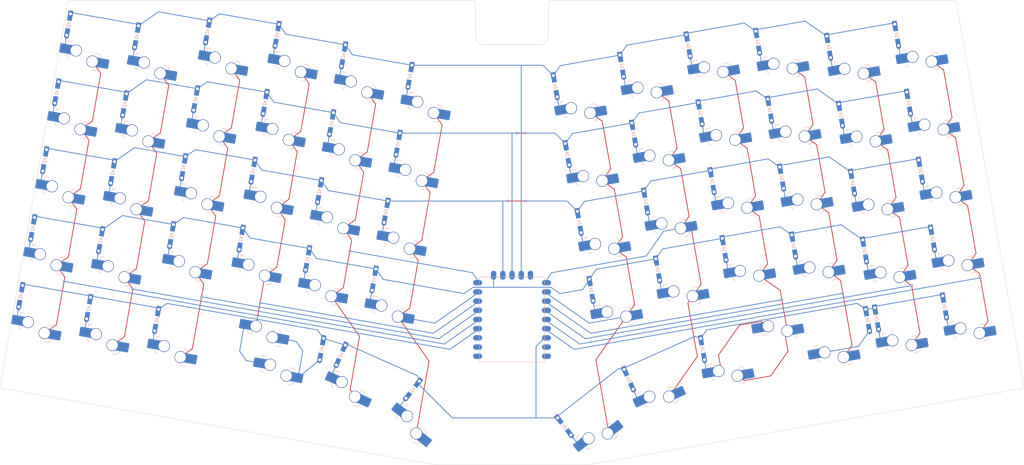
<source format=kicad_pcb>
(kicad_pcb (version 20240108) (generator "pcbnew") (generator_version "8.0")
  (layers (0 "F.Cu" signal) (31 "B.Cu" signal) (34 "B.Paste" user) (35 "F.Paste" user) (36 "B.SilkS" user "B.Silkscreen") (37 "F.SilkS" user "F.Silkscreen") (38 "B.Mask" user) (39 "F.Mask" user) (44 "Edge.Cuts" user))
  (net 0 "")
  (net 1 "row0")
  (net 2 "Net-(D1-A)")
  (net 3 "Net-(D2-A)")
  (net 4 "Net-(D3-A)")
  (net 5 "Net-(D4-A)")
  (net 6 "Net-(D5-A)")
  (net 7 "Net-(D6-A)")
  (net 8 "Net-(D7-A)")
  (net 9 "Net-(D8-A)")
  (net 10 "Net-(D9-A)")
  (net 11 "Net-(D10-A)")
  (net 12 "Net-(D11-A)")
  (net 13 "Net-(D12-A)")
  (net 14 "row1")
  (net 15 "Net-(D13-A)")
  (net 16 "Net-(D14-A)")
  (net 17 "Net-(D15-A)")
  (net 18 "Net-(D16-A)")
  (net 19 "Net-(D17-A)")
  (net 20 "Net-(D18-A)")
  (net 21 "Net-(D19-A)")
  (net 22 "Net-(D20-A)")
  (net 23 "Net-(D21-A)")
  (net 24 "Net-(D22-A)")
  (net 25 "Net-(D23-A)")
  (net 26 "Net-(D24-A)")
  (net 27 "row2")
  (net 28 "Net-(D25-A)")
  (net 29 "Net-(D26-A)")
  (net 30 "Net-(D27-A)")
  (net 31 "Net-(D28-A)")
  (net 32 "Net-(D29-A)")
  (net 33 "Net-(D30-A)")
  (net 34 "Net-(D31-A)")
  (net 35 "Net-(D32-A)")
  (net 36 "Net-(D33-A)")
  (net 37 "Net-(D34-A)")
  (net 38 "Net-(D35-A)")
  (net 39 "Net-(D36-A)")
  (net 40 "Net-(D37-A)")
  (net 41 "row3")
  (net 42 "Net-(D38-A)")
  (net 43 "Net-(D39-A)")
  (net 44 "Net-(D40-A)")
  (net 45 "Net-(D41-A)")
  (net 46 "Net-(D42-A)")
  (net 47 "Net-(D43-A)")
  (net 48 "Net-(D44-A)")
  (net 49 "Net-(D45-A)")
  (net 50 "Net-(D46-A)")
  (net 51 "Net-(D47-A)")
  (net 52 "Net-(D48-A)")
  (net 53 "row4")
  (net 54 "Net-(D49-A)")
  (net 55 "Net-(D50-A)")
  (net 56 "Net-(D51-A)")
  (net 57 "Net-(D52-A)")
  (net 58 "Net-(D53-A)")
  (net 59 "Net-(D54-A)")
  (net 60 "Net-(D55-A)")
  (net 61 "Net-(D56-A)")
  (net 62 "Net-(D57-A)")
  (net 63 "Net-(D58-A)")
  (net 64 "Net-(D59-A)")
  (net 65 "Net-(D60-A)")
  (net 66 "col0")
  (net 67 "col1")
  (net 68 "col2")
  (net 69 "col3")
  (net 70 "col4")
  (net 71 "col5")
  (net 72 "col6")
  (net 73 "col7")
  (net 74 "col8")
  (net 75 "col9")
  (net 76 "col10")
  (net 77 "col11")
  (footprint "kbd:D3_TH_SMD_v2" (layer "B.Cu") (at 251.646326 82.290262 -80)
    (property "Reference" "D35" (hide yes))
    (property "Value" "D" (hide yes))
  )
  (footprint "choc12-hotswap:choc12-hotswap" (layer "B.Cu") (at 285.64924 117.93952 -170)
    (property "Reference" "SW60" (hide yes))
    (property "Value" "SW_Push")
  )
  (footprint "choc12-hotswap:choc12-hotswap" (layer "B.Cu") (at 199.855897 70.199599 -170)
    (property "Reference" "SW20" (hide yes))
    (property "Value" "SW_Push")
  )
  (footprint "choc12-hotswap:choc12-hotswap" (layer "B.Cu") (at 85.91556 127.863511 -10)
    (property "Reference" "SW61" (hide yes))
    (property "Value" "SW_Push")
  )
  (footprint "choc12-hotswap:choc12-hotswap" (layer "B.Cu") (at 275.725246 61.657757 -170)
    (property "Reference" "SW24" (hide yes))
    (property "Value" "SW_Push")
  )
  (footprint "kbd:D3_TH_SMD_v2" (layer "B.Cu") (at 232.058741 80.908116 -80)
    (property "Reference" "D34" (hide yes))
    (property "Value" "D" (hide yes))
  )
  (footprint "kbd:D3_TH_SMD_v2" (layer "B.Cu") (at 122.851303 90.313411 -100)
    (property "Reference" "D30" (hide yes))
    (property "Value" "D" (hide yes))
  )
  (footprint "choc12-hotswap:choc12-hotswap" (layer "B.Cu") (at 93.772051 83.307116 170)
    (property "Reference" "SW28" (hide yes))
    (property "Value" "SW_Push")
  )
  (footprint "choc12-hotswap:choc12-hotswap" (layer "B.Cu") (at 229.367478 127.863511 10)
    (property "Reference" "SW62" (hide yes))
    (property "Value" "SW_Push")
  )
  (footprint "choc12-hotswap:choc12-hotswap" (layer "B.Cu") (at 100.388047 45.785942 170)
    (property "Reference" "SW4" (hide yes))
    (property "Value" "SW_Push")
  )
  (footprint "choc12-hotswap:choc12-hotswap" (layer "B.Cu") (at 184.816809 94.613261 -170)
    (property "Reference" "SW31" (hide yes))
    (property "Value" "SW_Push")
  )
  (footprint "kbd:D3_TH_SMD_v2" (layer "B.Cu") (at 22.018875 113.639669 -100)
    (property "Reference" "D49" (hide yes))
    (property "Value" "D" (hide yes))
  )
  (footprint "choc12-hotswap:choc12-hotswap" (layer "B.Cu") (at 67.154973 124.555512 170)
    (property "Reference" "SW51" (hide yes))
    (property "Value" "SW_Push")
  )
  (footprint "kbd:D3_TH_SMD_v2" (layer "B.Cu") (at 54.011451 41.905315 -100)
    (property "Reference" "D2" (hide yes))
    (property "Value" "D" (hide yes))
  )
  (footprint "choc12-hotswap:choc12-hotswap" (layer "B.Cu") (at 77.905967 63.583605 170)
    (property "Reference" "SW15" (hide yes))
    (property "Value" "SW_Push")
  )
  (footprint "choc12-hotswap:choc12-hotswap" (layer "B.Cu") (at 196.547895 51.439013 -170)
    (property "Reference" "SW8" (hide yes))
    (property "Value" "SW_Push")
  )
  (footprint "choc12-hotswap:choc12-hotswap" (layer "B.Cu") (at 214.894981 45.785943 -170)
    (property "Reference" "SW9" (hide yes))
    (property "Value" "SW_Push")
  )
  (footprint "choc12-hotswap:choc12-hotswap" (layer "B.Cu") (at 116.727836 135.923699 156)
    (property "Reference" "SW53" (hide yes))
    (property "Value" "SW_Push")
  )
  (footprint "choc12-hotswap:choc12-hotswap" (layer "B.Cu") (at 198.555203 135.923701 -156)
    (property "Reference" "SW56" (hide yes))
    (property "Value" "SW_Push")
  )
  (footprint "kbd:D3_TH_SMD_v2" (layer "B.Cu") (at 28.634868 76.118494 -100)
    (property "Reference" "D25" (hide yes))
    (property "Value" "D" (hide yes))
  )
  (footprint "kbd:D3_TH_SMD_v2" (layer "B.Cu") (at 267.098918 60.221677 -80)
    (property "Reference" "D24" (hide yes))
    (property "Value" "D" (hide yes))
  )
  (footprint "kbd:D3_TH_SMD_v2" (layer "B.Cu") (at 235.366743 99.668701 -80)
    (property "Reference" "D46" (hide yes))
    (property "Value" "D" (hide yes))
  )
  (footprint "kbd:D3_TH_SMD_v2" (layer "B.Cu") (at 70.291038 59.283754 -100)
    (property "Reference" "D15" (hide yes))
    (property "Value" "D" (hide yes))
  )
  (footprint "choc12-hotswap:choc12-hotswap" (layer "B.Cu") (at 51.702382 102.486928 170)
    (property "Reference" "SW38" (hide yes))
    (property "Value" "SW_Push")
  )
  (footprint "kbd:D3_TH_SMD_v2" (layer "B.Cu") (at 212.884657 81.871037 -80)
    (property "Reference" "D33" (hide yes))
    (property "Value" "D" (hide yes))
  )
  (footprint "choc12-hotswap:choc12-hotswap" (layer "B.Cu") (at 61.626372 46.205167 170)
    (property "Reference" "SW2" (hide yes))
    (property "Value" "SW_Push")
  )
  (footprint "kbd:D3_TH_SMD_v2" (layer "B.Cu") (at 254.954323 101.050852 -80)
    (property "Reference" "D47" (hide yes))
    (property "Value" "D" (hide yes))
  )
  (footprint "choc12-hotswap:choc12-hotswap" (layer "B.Cu") (at 218.202979 64.546531 -170)
    (property "Reference" "SW21" (hide yes))
    (property "Value" "SW_Push")
  )
  (footprint "choc12-hotswap:choc12-hotswap" (layer "B.Cu") (at 81.213965 44.823016 170)
    (property "Reference" "SW3" (hide yes))
    (property "Value" "SW_Push")
  )
  (footprint "choc12-hotswap:choc12-hotswap" (layer "B.Cu") (at 134.925165 146.857761 142)
    (property "Reference" "SW54" (hide yes))
    (property "Value" "SW_Push")
  )
  (footprint "choc12-hotswap:choc12-hotswap" (layer "B.Cu") (at 266.888653 121.24752 -170)
    (property "Reference" "SW59" (hide yes))
    (property "Value" "SW_Push")
  )
  (footprint "kbd:D3_TH_SMD_v2" (layer "B.Cu") (at 191.229569 68.763523 -80)
    (property "Reference" "D20" (hide yes))
    (property "Value" "D" (hide yes))
  )
  (footprint "kbd:D3_TH_SMD_v2" (layer "B.Cu") (at 105.084881 128.286448 -100)
    (property "Reference" "D52" (hide yes))
    (property "Value" "D" (hide yes))
  )
  (footprint "kbd:D3_TH_SMD_v2" (layer "B.Cu") (at 129.467303 52.792235 -100)
    (property "Reference" "D6" (hide yes))
    (property "Value" "D" (hide yes))
  )
  (footprint "choc12-hotswap:choc12-hotswap" (layer "B.Cu") (at 127.158234 113.373849 170)
    (property "Reference" "SW42" (hide yes))
    (property "Value" "SW_Push")
  )
  (footprint "choc12-hotswap:choc12-hotswap" (layer "B.Cu") (at 90.464053 102.067705 170)
    (property "Reference" "SW40" (hide yes))
    (property "Value" "SW_Push")
  )
  (footprint "choc12-hotswap:choc12-hotswap" (layer "B.Cu") (at 32.941793 99.178933 170)
    (property "Reference" "SW37" (hide yes))
    (property "Value" "SW_Push")
  )
  (footprint "kbd:D3_TH_SMD_v2" (layer "B.Cu") (at 172.06708 149.639591 -52)
    (property "Reference" "D55" (hide yes))
    (property "Value" "D" (hide yes))
  )
  (footprint "kbd:D3_TH_SMD_v2" (layer "B.Cu") (at 277.022919 116.503439 -80)
    (property "Reference" "D60" (hide yes))
    (property "Value" "D" (hide yes))
  )
  (footprint "kbd:D3_TH_SMD_v2" (layer "B.Cu") (at 248.338334 63.529674 -80)
    (property "Reference" "D23" (hide yes))
    (property "Value" "D" (hide yes))
  )
  (footprint "kbd:D3_TH_SMD_v2" (layer "B.Cu") (at 66.98304 78.044343 -100)
    (property "Reference" "D27" (hide yes))
    (property "Value" "D" (hide yes))
  )
  (footprint "kbd:D3_TH_SMD_v2" (layer "B.Cu") (at 126.159303 71.552822 -100)
    (property "Reference" "D18" (hide yes))
    (property "Value" "D" (hide yes))
  )
  (footprint "choc12-hotswap:choc12-hotswap" (layer "B.Cu") (at 240.685068 82.344192 -170)
    (property "Reference" "SW34" (hide yes))
    (property "Value" "SW_Push")
  )
  (footprint "rp2040-tiny:rp2040-tiny" (layer "B.Cu") (at 157.64152 120.085837)
    (property "Reference" "U1" (hide yes))
    (property "Value" "rp2040-zero" (hide yes))
  )
  (footprint "choc12-hotswap:choc12-hotswap" (layer "B.Cu") (at 263.580653 102.486931 -170)
    (property "Reference" "SW47" (hide yes))
    (property "Value" "SW_Push")
  )
  (footprint "kbd:D3_TH_SMD_v2" (layer "B.Cu") (at 176.190483 93.177178 -80)
    (property "Reference" "D31" (hide yes))
    (property "Value" "D" (hide yes))
  )
  (footprint "choc12-hotswap:choc12-hotswap" (layer "B.Cu") (at 279.033241 80.418345 -170)
    (property "Reference" "SW36" (hide yes))
    (property "Value" "SW_Push")
  )
  (footprint "choc12-hotswap:choc12-hotswap" (layer "B.Cu") (at 96.425852 129.716763 170)
    (property "Reference" "SW52" (hide yes))
    (property "Value" "SW_Push")
  )
  (footprint "kbd:D3_TH_SMD_v2" (layer "B.Cu") (at 194.53757 87.524109 -80)
    (property "Reference" "D32" (hide yes))
    (property "Value" "D" (hide yes))
  )
  (footprint "choc12-hotswap:choc12-hotswap" (layer "B.Cu") (at 36.249794 80.418349 170)
    (property "Reference" "SW25" (hide yes))
    (property "Value" "SW_Push")
  )
  (footprint "kbd:D3_TH_SMD_v2" (layer "B.Cu") (at 59.540046 120.255666 -100)
    (property "Reference" "D51" (hide yes))
    (property "Value" "D" (hide yes))
  )
  (footprint "choc12-hotswap:choc12-hotswap" (layer "B.Cu") (at 243.993065 101.104784 -170)
    (property "Reference" "SW46" (hide yes))
    (property "Value" "SW_Push")
  )
  (footprint "kbd:D3_TH_SMD_v2" (layer "B.Cu") (at 110.379335 129.909356 -114)
    (property "Reference" "D53" (hide yes))
    (property "Value" "D" (hide yes))
  )
  (footprint "choc12-hotswap:choc12-hotswap" (layer "B.Cu") (at 55.010375 83.726344 170)
    (property "Reference" "SW26" (hide yes))
    (property "Value" "SW_Push")
  )
  (footprint "kbd:D3_TH_SMD_v2" (layer "B.Cu") (at 86.157128 79.007267 -100)
    (property "Reference" "D28" (hide yes))
    (property "Value" "D" (hide yes))
  )
  (footprint "kbd:D3_TH_SMD_v2" (layer "B.Cu") (at 44.087453 98.187079 -100)
    (property "Reference" "D38" (hide yes))
    (property "Value" "D" (hide yes))
  )
  (footprint "choc12-hotswap:choc12-hotswap" (layer "B.Cu") (at 39.557791 61.657759 170)
    (property "Reference" "SW13" (hide yes))
    (property "Value" "SW_Push")
  )
  (footprint "choc12-hotswap:choc12-hotswap" (layer "B.Cu") (at 203.163895 88.960191 -170)
    (property "Reference" "SW32" (hide yes))
    (property "Value" "SW_Push")
  )
  (footprint "kbd:D3_TH_SMD_v2" (layer "B.Cu") (at 245.030336 44.769088 -80)
    (property "Reference" "D11" (hide yes))
    (property "Value" "D" (hide yes))
  )
  (footprint "kbd:D3_TH_SMD_v2" (layer "B.Cu") (at 225.442753 43.386938 -80)
    (property "Reference" "D10" (hide yes))
    (property "Value" "D" (hide yes))
  )
  (footprint "choc12-hotswap:choc12-hotswap" (layer "B.Cu") (at 71.28997 101.10478 170)
    (property "Reference" "SW39" (hide yes))
    (property "Value" "SW_Push")
  )
  (footprint "kbd:D3_TH_SMD_v2" (layer "B.Cu") (at 47.395454 79.426493 -100)
    (property "Reference" "D26" (hide yes))
    (property "Value" "D" (hide yes))
  )
  (footprint "kbd:D3_TH_SMD_v2" (layer "B.Cu") (at 63.675049 96.804929 -100)
    (property "Reference" "D39" (hide yes))
    (property "Value" "D" (hide yes))
  )
  (footprint "choc12-hotswap:choc12-hotswap" (layer "B.Cu") (at 118.735134 51.439017 170)
    (property "Reference" "SW5" (hide yes))
    (property "Value" "SW_Push")
  )
  (footprint "choc12-hotswap:choc12-hotswap" (layer "B.Cu") (at 29.633798 117.939519 170)
    (property "Reference" "SW49" (hide yes))
    (property "Value" "SW_Push")
  )
  (footprint "choc12-hotswap:choc12-hotswap" (layer "B.Cu") (at 248.128062 124.555516 -170)
    (property "Reference" "SW58" (hide yes))
    (property "Value" "SW_Push")
  )
  (footprint "choc12-hotswap:choc12-hotswap" (layer "B.Cu") (at 48.394385 121.247516 170)
    (property "Reference" "SW50" (hide yes))
    (property "Value" "SW_Push")
  )
  (footprint "kbd:D3_TH_SMD_v2" (layer "B.Cu") (at 101.196218 103.420925 -100)
    (property "Reference" "D41" (hide yes))
    (property "Value" "D" (hide yes))
  )
  (footprint "kbd:D3_TH_SMD_v2" (layer "B.Cu") (at 50.703453 60.665904 -100)
    (property "Reference" "D14" (hide yes))
    (property "Value" "D" (hide yes))
  )
  (footprint "kbd:D3_TH_SMD_v2" (layer "B.Cu") (at 92.773127 41.486095 -100)
    (property "Reference" "D4" (hide yes))
    (property "Value" "D" (hide yes))
  )
  (footprint "kbd:D3_TH_SMD_v2" (layer "B.Cu") (at 104.504219 84.660339 -100)
    (property "Reference" "D29" (hide yes))
    (property "Value" "D" (hide yes))
  )
  (footprint "choc12-hotswap:choc12-hotswap" (layer "B.Cu") (at 97.080048 64.546527 170)
    (property "Reference" "SW16" (hide yes))
    (property "Value" "SW_Push")
  )
  (footprint "choc12-hotswap:choc12-hotswap" (layer "B.Cu") (at 137.082229 57.092085 170)
    (property "Reference" "SW6" (hide yes))
    (property "Value" "SW_Push")
  )
  (footprint "kbd:D3_TH_SMD_v2" (layer "B.Cu") (at 31.942863 57.357906 -100)
    (property "Reference" "D13" (hide yes))
    (property "Value" "D" (hide yes))
  )
  (footprint "kbd:D3_TH_SMD_v2" (layer "B.Cu") (at 40.779459 116.947667 -100)
    (property "Reference" "D50" (hide yes))
    (property "Value" "D" (hide yes))
  )
  (footprint "choc12-hotswap:choc12-hotswap" (layer "B.Cu") (at 133.774232 75.852672 170)
    (property "Reference" "SW18" (hide yes))
    (property "Value" "SW_Push")
  )
  (footprint "choc12-hotswap:choc12-hotswap" (layer "B.Cu") (at 181.508803 75.852674 -170)
    (property "Reference" "SW19" (hide yes))
    (property "Value" "SW_Push")
  )
  (footprint "kbd:D3_TH_SMD_v2" (layer "B.Cu") (at 73.599035 40.523167 -100)
    (property "Reference" "D3" (hide yes))
    (property "Value" "D" (hide yes))
  )
  (footprint "choc12-hotswap:choc12-hotswap" (layer "B.Cu") (at 112.119137 88.960187 170)
    (property "Reference" "SW29" (hide yes))
    (property "Value" "SW_Push")
  )
  (footprint "choc12-hotswap:choc12-hotswap" (layer "B.Cu") (at 260.272658 83.726344 -170)
    (property "Reference" "SW35" (hide yes))
    (property "Value" "SW_Push")
  )
  (footprint "choc12-hotswap:choc12-hotswap" (layer "B.Cu") (at 180.357869 146.85776 -142)
    (property "Reference" "SW55" (hide yes))
    (property "Value" "SW_Push")
  )
  (footprint "choc12-hotswap:choc12-hotswap" (layer "B.Cu") (at 206.471893 107.720782 -170)
    (property "Reference" "SW44" (hide yes))
    (property "Value" "SW_Push")
  )
  (footprint "kbd:D3_TH_SMD_v2" (layer "B.Cu") (at 197.845565 106.284697 -80)
    (property "Reference" "D44" (hide yes))
    (property "Value" "D" (hide yes))
  )
  (footprint "choc12-hotswap:choc12-hotswap" (layer "B.Cu") (at 253.656662 46.205168 -170)
    (property "Reference" "SW11" (hide yes))
    (property "Value" "SW_Push")
  )
  (footprint "kbd:D3_TH_SMD_v2" (layer "B.Cu") (at 111.12021 47.139163 -100)
    (property "Reference" "D5" (hide yes))
    (property "Value" "D" (hide yes))
  )
  (footprint "kbd:D3_TH_SMD_v2" (layer "B.Cu") (at 206.268662 44.349868 -80)
    (property "Reference" "D9" (hide yes))
    (property "Value" "D" (hide yes))
  )
  (footprint "kbd:D3_TH_SMD_v2" (layer "B.Cu") (at 210.230862 128.280683 -80)
    (property "Reference" "D57" (hide yes))
    (property "Value" "D" (hide yes))
  )
  (footprint "kbd:D3_TH_SMD_v2" (layer "B.Cu") (at 82.849134 97.767856 -100)
    (property "Reference" "D40" (hide yes))
    (property "Value" "D" (hide yes))
  )
  (footprint "kbd:D3_TH_SMD_v2" (layer "B.Cu") (at 273.714912 97.742855 -80)
    (property "Reference" "D48" (hide yes))
    (property "Value" "D" (hide yes))
  )
  (footprint "choc12-hotswap:choc12-hotswap" (layer "B.Cu") (at 130.466232 94.613263 170)
    (property "Reference" "SW30" (hide yes))
    (property "Value" "SW_Push")
  )
  (footprint "kbd:D3_TH_SMD_v2" (layer "B.Cu") (at 179.498482 111.937769 -80)
    (property "Reference" "D43" (hide yes))
    (property "Value" "D" (hide yes))
  )
  (footprint "kbd:D3_TH_SMD_v2" (layer "B.Cu") (at 119.543309 109.073997 -100)
    (property "Reference" "D42" (hide yes))
    (property "Value" "D" (hide yes))
  )
  (footprint "choc12-hotswap:choc12-hotswap" (layer "B.Cu") (at 218.857181 129.716761 -170)
    (property "Reference" "SW57" (hide yes))
    (property "Value" "SW_Push")
  )
  (footprint "choc12-hotswap:choc12-hotswap" (layer "B.Cu") (at 74.59797 82.344194 170)
    (property "Reference" "SW27" (hide yes))
    (property "Value" "SW_Push")
  )
  (footprint "choc12-hotswap:choc12-hotswap" (layer "B.Cu") (at 224.81898 102.067706 -170)
    (property "Reference" "SW45" (hide yes))
    (property "Value" "SW_Push")
  )
  (footprint "choc12-hotswap:choc12-hotswap" (layer "B.Cu") (at 256.964661 64.965757 -170)
    (property "Reference" "SW23" (hide yes))
    (property "Value" "SW_Push")
  )
  (footprint "choc12-hotswap:choc12-hotswap" (layer "B.Cu") (at 42.865789 42.897169 170)
    (property "Reference" "SW1" (hide yes))
    (property "Value" "SW_Push")
  )
  (footprint "kbd:D3_TH_SMD_v2" (layer "B.Cu") (at 189.83769 136.617173 -66)
    (property "Reference" "D56" (hide yes))
    (property "Value" "D" (hide yes))
  )
  (footprint "choc12-hotswap:choc12-hotswap" (layer "B.Cu") (at 237.377067 63.583605 -170)
    (property "Reference" "SW22" (hide yes))
    (property "Value" "SW_Push")
  )
  (footprint "kbd:D3_TH_SMD_v2" (layer "B.Cu") (at 263.790923 41.461089 -80)
    (property "Reference" "D12" (hide yes))
    (property "Value" "D" (hide yes))
  )
  (footprint "kbd:D3_TH_SMD_v2" (layer "B.Cu") (at 258.262321 119.811439 -80)
    (property "Reference" "D59" (hide yes))
    (property "Value" "D" (hide yes))
  )
  (footprint "kbd:D3_TH_SMD_v2" (layer "B.Cu") (at 25.326865 94.879084 -100)
    (property "Reference" "D37" (hide yes))
    (property "Value" "D" (hide yes))
  )
  (footprint "choc12-hotswap:choc12-hotswap" (layer "B.Cu") (at 221.51098 83.307118 -170)
    (property "Reference" "SW33" (hide yes))
    (property "Value" "SW_Push")
  )
  (footprint "kbd:D3_TH_SMD_v2" (layer "B.Cu") (at 89.465124 60.24668 -100)
    (property "Reference" "D16" (hide yes))
    (property "Value" "D" (hide yes))
  )
  (footprint "kbd:D3_TH_SMD_v2" (layer "B.Cu") (at 270.406922 78.982263 -80)
    (property "Reference" "D36" (hide yes))
    (property "Value" "D" (hide yes))
  )
  (footprint "choc12-hotswap:choc12-hotswap" (layer "B.Cu") (at 108.811144 107.720776 170)
    (property "Reference" "SW41" (hide yes))
    (property "Value" "SW_Push")
  )
  (footprint "choc12-hotswap:choc12-hotswap" (layer "B.Cu") (at 178.200808 57.092087 -170)
    (property "Reference" "SW7" (hide yes))
    (property "Value" "SW_Push")
  )
  (footprint "choc12-hotswap:choc12-hotswap" (layer "B.Cu") (at 115.427138 70.1996 170)
    (property "Reference" "SW17" (hide yes))
    (property "Value" "SW_Push")
  )
  (footprint "choc12-hotswap:choc12-hotswap" (layer "B.Cu") (at 58.31838 64.965753 170)
    (property "Reference" "SW14" (hide yes))
    (property "Value" "SW_Push")
  )
  (footprint "kbd:D3_TH_SMD_v2" (layer "B.Cu") (at 169.574486 55.656004 -80)
    (property "Reference" "D7" (hide yes))
    (property "Value" "D" (hide yes))
  )
  (footprint "kbd:D3_TH_SMD_v2" (layer "B.Cu") (at 216.192656 100.631629 -80)
    (property "Reference" "D45" (hide yes))
    (property "Value" "D" (hide yes))
  )
  (footprint "kbd:D3_TH_SMD_v2" (layer "B.Cu") (at 209.576659 63.110453 -80)
    (property "Reference" "D21" (hide yes))
    (property "Value" "D" (hide yes))
  )
  (footprint "choc12-hotswap:choc12-hotswap" (layer "B.Cu") (at 272.417253 42.89717 -170)
    (property "Reference" "SW12" (hide yes))
    (property "Value" "SW_Push")
  )
  (footprint "choc12-hotswap:choc12-hotswap" (layer "B.Cu") (at 188.124805 113.373849 -170)
    (property "Reference" "SW43" (hide yes))
    (property "Value" "SW_Push")
  )
  (footprint "kbd:D3_TH_SMD_v2" (layer "B.Cu") (at 187.92157 50.002933 -80)
    (property "Reference" "D8" (hide yes))
    (property "Value" "D" (hide yes))
  )
  (footprint "kbd:D3_TH_SMD_v2" (layer "B.Cu") (at 172.882479 74.416594 -80)
    (property "Reference" "D19" (hide yes))
    (property "Value" "D" (hide yes))
  )
  (footprint "kbd:D3_TH_SMD_v2" (layer "B.Cu") (at 107.812208 65.89975 -100)
    (property "Reference" "D17" (hide yes))
    (property "Value" "D" (hide yes))
  )
  (footprint "kbd:D3_TH_SMD_v2" (layer "B.Cu") (at 35.250861 38.597319 -100)
    (property "Reference" "D1" (hide yes))
    (property "Value" "D" (hide yes))
  )
  (footprint "kbd:D3_TH_SMD_v2" (layer "B.Cu") (at 255.775686 120.2499 -80)
    (property "Reference" "D58" (hide yes))
    (property "Value" "D" (hide yes))
  )
  (footprint "kbd:D3_TH_SMD_v2" (layer "B.Cu") (at 228.750745 62.147525 -80)
    (property "Reference" "D22" (hide yes))
    (property "Value" "D" (hide yes))
  )
  (footprint "choc12-hotswap:choc12-hotswap" (layer "B.Cu") (at 282.341242 99.178937 -170)
    (property "Reference" "SW48" (hide yes))
    (property "Value" "SW_Push")
  )
  (footprint "choc12-hotswap:choc12-hotswap" (layer "B.Cu") (at 234.069072 44.823018 -170)
    (property "Reference" "SW10" (hide yes))
    (property "Value" "SW_Push")
  )
  (footprint "kbd:D3_TH_SMD_v2" (layer "B.Cu") (at 130.220245 139.486228 -128)
    (property "Reference" "D54" (hide yes))
    (property "Value" "D" (hide yes))
  )
  (gr_line (start 178.716239 160.227739) (end 298.273592 139.146552) (stroke (width 0.1)) (layer "Edge.Cuts"))
  (gr_line (start 146.866515 31.862877) (end 35.789792 31.862876) (stroke (width 0.1)) (layer "Edge.Cuts"))
  (gr_arc (start 279.493239 31.862877) (mid 279.991403 32.044187) (end 280.256465 32.503299) (stroke (width 0.1)) (layer "Edge.Cuts"))
  (gr_arc (start 17.009439 139.146552) (mid 16.50915 138.82786) (end 16.380791 138.248749) (stroke (width 0.1)) (layer "Edge.Cuts"))
  (gr_arc (start 298.902241 138.248749) (mid 298.773868 138.827853) (end 298.273592 139.146552) (stroke (width 0.1)) (layer "Edge.Cuts"))
  (gr_arc (start 35.026566 32.503299) (mid 35.291646 32.044208) (end 35.789792 31.862876) (stroke (width 0.1)) (layer "Edge.Cuts"))
  (gr_line (start 167.641516 32.637877) (end 167.641516 42.147217) (stroke (width 0.1)) (layer "Edge.Cuts"))
  (gr_arc (start 149.641516 44.147216) (mid 148.227343 43.561413) (end 147.641516 42.147217) (stroke (width 0.1)) (layer "Edge.Cuts"))
  (gr_line (start 136.566793 160.227739) (end 178.716239 160.227739) (stroke (width 0.1)) (layer "Edge.Cuts"))
  (gr_arc (start 167.641516 32.637877) (mid 167.868496 32.089837) (end 168.416516 31.862876) (stroke (width 0.1)) (layer "Edge.Cuts"))
  (gr_arc (start 146.866515 31.862877) (mid 147.414542 32.089855) (end 147.641516 32.637876) (stroke (width 0.1)) (layer "Edge.Cuts"))
  (gr_line (start 17.009439 139.146552) (end 136.566793 160.227739) (stroke (width 0.1)) (layer "Edge.Cuts"))
  (gr_arc (start 167.641516 42.147217) (mid 167.055739 43.561437) (end 165.641516 44.147216) (stroke (width 0.1)) (layer "Edge.Cuts"))
  (gr_line (start 147.641516 42.147217) (end 147.641516 32.637876) (stroke (width 0.1)) (layer "Edge.Cuts"))
  (gr_line (start 279.493239 31.862877) (end 168.416516 31.862876) (stroke (width 0.1)) (layer "Edge.Cuts"))
  (gr_line (start 165.641516 44.147216) (end 149.641516 44.147216) (stroke (width 0.1)) (layer "Edge.Cuts"))
  (gr_line (start 298.902241 138.248749) (end 280.256465 32.503299) (stroke (width 0.1)) (layer "Edge.Cuts"))
  (gr_line (start 35.026566 32.503299) (end 16.380791 138.248749) (stroke (width 0.1)) (layer "Edge.Cuts"))
  (segment (start 160.181517 108.335837) (end 160.181516 49.837812) (width 0.2) (layer "B.Cu") (net 1))
  (segment (start 129.988248 49.837812) (end 166.18977 49.837813) (width 0.2) (layer "B.Cu") (net 1))
  (segment (start 54.217836 38.501653) (end 54.532395 38.950897) (width 0.2) (layer "B.Cu") (net 1))
  (segment (start 169.05354 52.701583) (end 170.985111 49.943007) (width 0.2) (layer "B.Cu") (net 1))
  (segment (start 225.236367 39.983276) (end 238.543002 37.636955) (width 0.2) (layer "B.Cu") (net 1))
  (segment (start 170.985111 49.943007) (end 187.40063 47.048511) (width 0.2) (layer "B.Cu") (net 1))
  (segment (start 111.641163 44.184739) (end 95.225643 41.290241) (width 0.2) (layer "B.Cu") (net 1))
  (segment (start 187.40063 47.048511) (end 189.332202 44.289938) (width 0.2) (layer "B.Cu") (net 1))
  (segment (start 205.747717 41.395441) (end 206.062277 40.946203) (width 0.2) (layer "B.Cu") (net 1))
  (segment (start 221.713991 38.18638) (end 224.921805 40.432512) (width 0.2) (layer "B.Cu") (net 1))
  (segment (start 262.820733 38.192107) (end 244.82395 41.365428) (width 0.2) (layer "B.Cu") (net 1))
  (segment (start 95.225643 41.290241) (end 93.294073 38.531669) (width 0.2) (layer "B.Cu") (net 1))
  (segment (start 113.572731 46.943317) (end 111.641163 44.184739) (width 0.2) (layer "B.Cu") (net 1))
  (segment (start 189.332202 44.289938) (end 205.747717 41.395441) (width 0.2) (layer "B.Cu") (net 1))
  (segment (start 36.221046 35.328334) (end 54.217836 38.501653) (width 0.2) (layer "B.Cu") (net 1))
  (segment (start 224.921805 40.432512) (end 225.236367 39.983276) (width 0.2) (layer "B.Cu") (net 1))
  (segment (start 129.988247 49.837812) (end 113.572731 46.943317) (width 0.2) (layer "B.Cu") (net 1))
  (segment (start 244.82395 41.365428) (end 244.509392 41.814665) (width 0.2) (layer "B.Cu") (net 1))
  (segment (start 166.18977 49.837813) (end 169.053542 52.701581) (width 0.2) (layer "B.Cu") (net 1))
  (segment (start 74.119985 37.568741) (end 76.878554 35.637174) (width 0.2) (layer "B.Cu") (net 1))
  (segment (start 238.543002 37.636955) (end 244.509392 41.814665) (width 0.2) (layer "B.Cu") (net 1))
  (segment (start 60.049545 35.087747) (end 74.119985 37.568741) (width 0.2) (layer "B.Cu") (net 1))
  (segment (start 35.771803 35.642897) (end 36.221046 35.328334) (width 0.2) (layer "B.Cu") (net 1))
  (segment (start 263.26998 38.506672) (end 262.820733 38.192107) (width 0.2) (layer "B.Cu") (net 1))
  (segment (start 54.532395 38.950897) (end 60.049545 35.087747) (width 0.2) (layer "B.Cu") (net 1))
  (segment (start 206.062277 40.946203) (end 221.713991 38.18638) (width 0.2) (layer "B.Cu") (net 1))
  (segment (start 76.878554 35.637174) (end 93.294073 38.531669) (width 0.2) (layer "B.Cu") (net 1))
  (segment (start 34.729916 41.551747) (end 34.086188 45.207707) (width 0.2) (layer "B.Cu") (net 2))
  (segment (start 52.846767 48.515708) (end 53.490503 44.859742) (width 0.2) (layer "B.Cu") (net 3))
  (segment (start 73.07809 43.477589) (end 72.434365 47.133555) (width 0.2) (layer "B.Cu") (net 4))
  (segment (start 91.60845 48.096481) (end 92.252181 44.440516) (width 0.2) (layer "B.Cu") (net 5))
  (segment (start 110.599265 50.093584) (end 109.955536 53.749554) (width 0.2) (layer "B.Cu") (net 6))
  (segment (start 128.302627 59.402625) (end 128.946352 55.746658) (width 0.2) (layer "B.Cu") (net 7))
  (segment (start 170.740935 62.266083) (end 170.095433 58.610427) (width 0.2) (layer "B.Cu") (net 8))
  (segment (start 188.442516 52.957356) (end 189.088021 56.613014) (width 0.2) (layer "B.Cu") (net 9))
  (segment (start 207.435108 50.959943) (end 206.789608 47.304285) (width 0.2) (layer "B.Cu") (net 10))
  (segment (start 225.963696 46.341358) (end 226.609196 49.997017) (width 0.2) (layer "B.Cu") (net 11))
  (segment (start 246.196784 51.379168) (end 245.551283 47.723514) (width 0.2) (layer "B.Cu") (net 12))
  (segment (start 264.311865 44.415515) (end 264.957369 48.071168) (width 0.2) (layer "B.Cu") (net 13))
  (segment (start 161.378377 68.59749) (end 161.379289 68.598398) (width 0.2) (layer "F.Cu") (net 14))
  (segment (start 158.997601 68.597488) (end 161.378377 68.59749) (width 0.2) (layer "F.Cu") (net 14))
  (via (at 158.997601 68.597488) (size 0.6) (drill 0.3) (layers "F.Cu" "B.Cu") (net 14))
  (via (at 161.379289 68.598398) (size 0.6) (drill 0.3) (layers "F.Cu" "B.Cu") (net 14))
  (segment (start 56.741547 53.848333) (end 70.811988 56.32933) (width 0.2) (layer "B.Cu") (net 14))
  (segment (start 126.680252 68.5984) (end 110.264733 65.703901) (width 0.2) (layer "B.Cu") (net 14))
  (segment (start 266.128739 56.952696) (end 266.577975 57.267257) (width 0.2) (layer "B.Cu") (net 14))
  (segment (start 209.370273 59.706792) (end 225.021989 56.94697) (width 0.2) (layer "B.Cu") (net 14))
  (segment (start 51.224393 57.711483) (end 56.741547 53.848333) (width 0.2) (layer "B.Cu") (net 14))
  (segment (start 108.333158 62.945328) (end 91.91765 60.050831) (width 0.2) (layer "B.Cu") (net 14))
  (segment (start 241.851004 56.397543) (end 247.817388 60.57525) (width 0.2) (layer "B.Cu") (net 14))
  (segment (start 169.497763 68.598398) (end 161.379289 68.598398) (width 0.2) (layer "B.Cu") (net 14))
  (segment (start 225.021989 56.94697) (end 228.229803 59.193102) (width 0.2) (layer "B.Cu") (net 14))
  (segment (start 174.293108 68.703595) (end 190.708626 65.809098) (width 0.2) (layer "B.Cu") (net 14))
  (segment (start 73.570554 54.39776) (end 89.986072 57.292256) (width 0.2) (layer "B.Cu") (net 14))
  (segment (start 70.811988 56.32933) (end 73.570554 54.39776) (width 0.2) (layer "B.Cu") (net 14))
  (segment (start 158.99804 68.597929) (end 158.997601 68.597488) (width 0.2) (layer "B.Cu") (net 14))
  (segment (start 158.99804 68.598399) (end 158.99804 68.597929) (width 0.2) (layer "B.Cu") (net 14))
  (segment (start 157.641519 68.598398) (end 158.99804 68.598399) (width 0.2) (layer "B.Cu") (net 14))
  (segment (start 157.641519 108.335836) (end 157.641519 68.598398) (width 0.2) (layer "B.Cu") (net 14))
  (segment (start 110.264733 65.703901) (end 108.333158 62.945328) (width 0.2) (layer "B.Cu") (net 14))
  (segment (start 91.91765 60.050831) (end 89.986072 57.292256) (width 0.2) (layer "B.Cu") (net 14))
  (segment (start 190.708626 65.809098) (end 192.640198 63.050531) (width 0.2) (layer "B.Cu") (net 14))
  (segment (start 50.909836 57.262242) (end 51.224393 57.711483) (width 0.2) (layer "B.Cu") (net 14))
  (segment (start 32.463812 54.40348) (end 32.91305 54.088922) (width 0.2) (layer "B.Cu") (net 14))
  (segment (start 192.640198 63.050531) (end 209.055715 60.156028) (width 0.2) (layer "B.Cu") (net 14))
  (segment (start 172.361535 71.462172) (end 169.497763 68.598398) (width 0.2) (layer "B.Cu") (net 14))
  (segment (start 248.131946 60.126013) (end 266.128739 56.952696) (width 0.2) (layer "B.Cu") (net 14))
  (segment (start 32.91305 54.088922) (end 50.909836 57.262242) (width 0.2) (layer "B.Cu") (net 14))
  (segment (start 247.817388 60.57525) (end 248.131946 60.126013) (width 0.2) (layer "B.Cu") (net 14))
  (segment (start 209.055715 60.156028) (end 209.370273 59.706792) (width 0.2) (layer "B.Cu") (net 14))
  (segment (start 172.36154 71.462172) (end 174.293108 68.703595) (width 0.2) (layer "B.Cu") (net 14))
  (segment (start 228.544363 58.743864) (end 241.851004 56.397543) (width 0.2) (layer "B.Cu") (net 14))
  (segment (start 126.680251 68.598399) (end 157.641519 68.598398) (width 0.2) (layer "B.Cu") (net 14))
  (segment (start 228.229803 59.193102) (end 228.544363 58.743864) (width 0.2) (layer "B.Cu") (net 14))
  (segment (start 31.421918 60.312329) (end 30.778186 63.968298) (width 0.2) (layer "B.Cu") (net 15))
  (segment (start 49.538772 67.276297) (end 50.182504 63.620327) (width 0.2) (layer "B.Cu") (net 16))
  (segment (start 69.770094 62.238177) (end 69.126361 65.894146) (width 0.2) (layer "B.Cu") (net 17))
  (segment (start 88.300452 66.857072) (end 88.944184 63.201104) (width 0.2) (layer "B.Cu") (net 18))
  (segment (start 107.291269 68.854174) (end 106.647539 72.510141) (width 0.2) (layer "B.Cu") (net 19))
  (segment (start 124.994628 78.163212) (end 125.638356 74.507248) (width 0.2) (layer "B.Cu") (net 20))
  (segment (start 174.04893 81.026673) (end 173.40343 77.371018) (width 0.2) (layer "B.Cu") (net 21))
  (segment (start 191.750512 71.717943) (end 192.396018 75.373598) (width 0.2) (layer "B.Cu") (net 22))
  (segment (start 210.743103 69.720531) (end 210.097606 66.064874) (width 0.2) (layer "B.Cu") (net 23))
  (segment (start 229.271692 65.101948) (end 229.917191 68.757604) (width 0.2) (layer "B.Cu") (net 24))
  (segment (start 249.504784 70.139752) (end 248.859275 66.484097) (width 0.2) (layer "B.Cu") (net 25))
  (segment (start 267.619872 63.1761) (end 268.26537 66.831757) (width 0.2) (layer "B.Cu") (net 26))
  (segment (start 161.379287 87.35725) (end 161.379288 87.357251) (width 0.2) (layer "F.Cu") (net 27))
  (segment (start 156.453035 87.357251) (end 161.379288 87.357251) (width 0.2) (layer "F.Cu") (net 27))
  (via (at 156.453035 87.357251) (size 0.6) (drill 0.3) (layers "F.Cu" "B.Cu") (net 27))
  (via (at 161.379288 87.357251) (size 0.6) (drill 0.3) (layers "F.Cu" "B.Cu") (net 27))
  (segment (start 53.433547 72.608923) (end 67.503988 75.08992) (width 0.2) (layer "B.Cu") (net 27))
  (segment (start 269.885973 76.027841) (end 269.436734 75.713284) (width 0.2) (layer "B.Cu") (net 27))
  (segment (start 123.372247 87.358985) (end 106.956734 84.464487) (width 0.2) (layer "B.Cu") (net 27))
  (segment (start 29.605051 72.849512) (end 47.601839 76.022828) (width 0.2) (layer "B.Cu") (net 27))
  (segment (start 212.363711 78.916614) (end 212.678273 78.467375) (width 0.2) (layer "B.Cu") (net 27))
  (segment (start 175.669535 90.222757) (end 172.804032 87.357251) (width 0.2) (layer "B.Cu") (net 27))
  (segment (start 231.852359 77.504452) (end 245.158999 75.158131) (width 0.2) (layer "B.Cu") (net 27))
  (segment (start 161.379288 87.357251) (end 161.379288 87.357249) (width 0.2) (layer "B.Cu") (net 27))
  (segment (start 155.101515 108.335836) (end 155.101516 87.358987) (width 0.2) (layer "B.Cu") (net 27))
  (segment (start 195.948196 81.811113) (end 194.016621 84.569686) (width 0.2) (layer "B.Cu") (net 27))
  (segment (start 212.678273 78.467375) (end 228.329983 75.707557) (width 0.2) (layer "B.Cu") (net 27))
  (segment (start 155.101515 108.335836) (end 155.777547 107.659807) (width 0.2) (layer "B.Cu") (net 27))
  (segment (start 212.363711 78.916614) (end 195.948196 81.811113) (width 0.2) (layer "B.Cu") (net 27))
  (segment (start 88.609652 78.811418) (end 86.678075 76.052845) (width 0.2) (layer "B.Cu") (net 27))
  (segment (start 228.329983 75.707557) (end 231.5378 77.953693) (width 0.2) (layer "B.Cu") (net 27))
  (segment (start 251.439945 78.886599) (end 251.125385 79.33584) (width 0.2) (layer "B.Cu") (net 27))
  (segment (start 269.436734 75.713284) (end 251.439945 78.886599) (width 0.2) (layer "B.Cu") (net 27))
  (segment (start 67.503988 75.08992) (end 70.262563 73.158348) (width 0.2) (layer "B.Cu") (net 27))
  (segment (start 245.158999 75.158131) (end 251.125385 79.33584) (width 0.2) (layer "B.Cu") (net 27))
  (segment (start 231.5378 77.953693) (end 231.852359 77.504452) (width 0.2) (layer "B.Cu") (net 27))
  (segment (start 194.016621 84.569686) (end 177.601108 87.464186) (width 0.2) (layer "B.Cu") (net 27))
  (segment (start 106.956734 84.464487) (end 105.025165 81.705915) (width 0.2) (layer "B.Cu") (net 27))
  (segment (start 47.601839 76.022828) (end 47.916396 76.472071) (width 0.2) (layer "B.Cu") (net 27))
  (segment (start 123.372249 87.358986) (end 156.453035 87.358987) (width 0.2) (layer "B.Cu") (net 27))
  (segment (start 177.601108 87.464186) (end 175.669537 90.222758) (width 0.2) (layer "B.Cu") (net 27))
  (segment (start 156.453035 87.358987) (end 156.453035 87.357251) (width 0.2) (layer "B.Cu") (net 27))
  (segment (start 29.155811 73.164071) (end 29.605051 72.849512) (width 0.2) (layer "B.Cu") (net 27))
  (segment (start 105.025165 81.705915) (end 88.609652 78.811418) (width 0.2) (layer "B.Cu") (net 27))
  (segment (start 70.262563 73.158348) (end 86.678075 76.052845) (width 0.2) (layer "B.Cu") (net 27))
  (segment (start 47.916396 76.472071) (end 53.433547 72.608923) (width 0.2) (layer "B.Cu") (net 27))
  (segment (start 172.804032 87.357251) (end 161.379288 87.357251) (width 0.2) (layer "B.Cu") (net 27))
  (segment (start 28.113923 79.072916) (end 27.470189 82.728885) (width 0.2) (layer "B.Cu") (net 28))
  (segment (start 46.230776 86.036885) (end 46.874513 82.380913) (width 0.2) (layer "B.Cu") (net 29))
  (segment (start 66.462097 80.998764) (end 65.818365 84.654731) (width 0.2) (layer "B.Cu") (net 30))
  (segment (start 84.992448 85.617658) (end 85.636181 81.961688) (width 0.2) (layer "B.Cu") (net 31))
  (segment (start 103.983269 87.614761) (end 103.339541 91.270731) (width 0.2) (layer "B.Cu") (net 32))
  (segment (start 121.686629 96.923801) (end 122.330355 93.267833) (width 0.2) (layer "B.Cu") (net 33))
  (segment (start 177.356928 99.787259) (end 176.711429 96.131605) (width 0.2) (layer "B.Cu") (net 34))
  (segment (start 195.05851 90.478531) (end 195.704019 94.134188) (width 0.2) (layer "B.Cu") (net 35))
  (segment (start 214.051102 88.481118) (end 213.405601 84.825463) (width 0.2) (layer "B.Cu") (net 36))
  (segment (start 232.579691 83.862538) (end 233.225189 87.518193) (width 0.2) (layer "B.Cu") (net 37))
  (segment (start 252.812777 88.900341) (end 252.167273 85.244687) (width 0.2) (layer "B.Cu") (net 38))
  (segment (start 270.927867 81.936687) (end 271.573365 85.592345) (width 0.2) (layer "B.Cu") (net 39))
  (segment (start 24.805925 97.833504) (end 24.16219 101.489472) (width 0.2) (layer "B.Cu") (net 40))
  (segment (start 144.404231 112.933774) (end 122.079247 108.997277) (width 0.2) (layer "B.Cu") (net 41))
  (segment (start 146.891518 111.192154) (end 144.404231 112.933774) (width 0.2) (layer "B.Cu") (net 41))
  (segment (start 168.39152 111.192155) (end 146.891518 111.192154) (width 0.2) (layer "B.Cu") (net 41))
  (segment (start 215.671708 97.677203) (end 215.986268 97.227963) (width 0.2) (layer "B.Cu") (net 41))
  (segment (start 44.293839 94.783417) (end 44.608402 95.232657) (width 0.2) (layer "B.Cu") (net 41))
  (segment (start 215.986268 97.227963) (end 231.637988 94.468143) (width 0.2) (layer "B.Cu") (net 41))
  (segment (start 26.297055 91.610097) (end 44.293839 94.783417) (width 0.2) (layer "B.Cu") (net 41))
  (segment (start 180.90911 106.224775) (end 197.324621 103.330273) (width 0.2) (layer "B.Cu") (net 41))
  (segment (start 50.125543 91.369509) (end 64.19599 93.850506) (width 0.2) (layer "B.Cu") (net 41))
  (segment (start 273.193972 94.788431) (end 272.744733 94.47387) (width 0.2) (layer "B.Cu") (net 41))
  (segment (start 197.324621 103.330273) (end 199.256194 100.571701) (width 0.2) (layer "B.Cu") (net 41))
  (segment (start 170.878809 112.933775) (end 168.39152 111.192155) (width 0.2) (layer "B.Cu") (net 41))
  (segment (start 177.118254 111.833593) (end 170.878809 112.933775) (width 0.2) (layer "B.Cu") (net 41))
  (segment (start 66.954564 91.918934) (end 83.370077 94.813432) (width 0.2) (layer "B.Cu") (net 41))
  (segment (start 272.744733 94.47387) (end 254.747938 97.64719) (width 0.2) (layer "B.Cu") (net 41))
  (segment (start 103.64874 103.225074) (end 101.717164 100.466504) (width 0.2) (layer "B.Cu") (net 41))
  (segment (start 248.466996 93.918718) (end 254.433383 98.096428) (width 0.2) (layer "B.Cu") (net 41))
  (segment (start 64.19599 93.850506) (end 66.954564 91.918934) (width 0.2) (layer "B.Cu") (net 41))
  (segment (start 25.847816 91.924657) (end 26.297055 91.610097) (width 0.2) (layer "B.Cu") (net 41))
  (segment (start 120.064251 106.119572) (end 103.64874 103.225074) (width 0.2) (layer "B.Cu") (net 41))
  (segment (start 101.717164 100.466504) (end 85.301653 97.572007) (width 0.2) (layer "B.Cu") (net 41))
  (segment (start 231.637988 94.468143) (end 234.845797 96.714278) (width 0.2) (layer "B.Cu") (net 41))
  (segment (start 234.845797 96.714278) (end 235.16036 96.265037) (width 0.2) (layer "B.Cu") (net 41))
  (segment (start 122.079247 108.997277) (end 120.064255 106.119575) (width 0.2) (layer "B.Cu") (net 41))
  (segment (start 254.747938 97.64719) (end 254.433383 98.096428) (width 0.2) (layer "B.Cu") (net 41))
  (segment (start 179.004992 109.139053) (end 177.118254 111.833593) (width 0.2) (layer "B.Cu") (net 41))
  (segment (start 44.608402 95.232657) (end 50.125543 91.369509) (width 0.2) (layer "B.Cu") (net 41))
  (segment (start 178.977533 108.983347) (end 180.90911 106.224775) (width 0.2) (layer "B.Cu") (net 41))
  (segment (start 199.256194 100.571701) (end 215.671708 97.677203) (width 0.2) (layer "B.Cu") (net 41))
  (segment (start 85.301653 97.572007) (end 83.370077 94.813432) (width 0.2) (layer "B.Cu") (net 41))
  (segment (start 178.977534 108.983346) (end 179.004992 109.139053) (width 0.2) (layer "B.Cu") (net 41))
  (segment (start 235.16036 96.265037) (end 248.466996 93.918718) (width 0.2) (layer "B.Cu") (net 41))
  (segment (start 152.561519 108.335838) (end 152.561519 111.192156) (width 0.2) (layer "B.Cu") (net 41))
  (segment (start 42.922778 104.797472) (end 43.566513 101.141503) (width 0.2) (layer "B.Cu") (net 42))
  (segment (start 63.154102 99.759354) (end 62.510365 103.41532) (width 0.2) (layer "B.Cu") (net 43))
  (segment (start 81.684455 104.378244) (end 82.328185 100.722281) (width 0.2) (layer "B.Cu") (net 44))
  (segment (start 100.675272 106.375351) (end 100.031542 110.031316) (width 0.2) (layer "B.Cu") (net 45))
  (segment (start 118.378629 115.684391) (end 119.022357 112.02842) (width 0.2) (layer "B.Cu") (net 46))
  (segment (start 180.664928 118.547847) (end 180.01942 114.892191) (width 0.2) (layer "B.Cu") (net 47))
  (segment (start 198.366512 109.239121) (end 199.01202 112.894777) (width 0.2) (layer "B.Cu") (net 48))
  (segment (start 217.359106 107.241705) (end 216.713597 103.58605) (width 0.2) (layer "B.Cu") (net 49))
  (segment (start 235.887691 102.623124) (end 236.533185 106.278781) (width 0.2) (layer "B.Cu") (net 50))
  (segment (start 256.120777 107.660927) (end 255.475274 104.005274) (width 0.2) (layer "B.Cu") (net 51))
  (segment (start 274.235861 100.697275) (end 274.881369 104.352929) (width 0.2) (layer "B.Cu") (net 52))
  (segment (start 186.995144 133.677338) (end 188.617484 133.876537) (width 0.2) (layer "B.Cu") (net 53))
  (segment (start 211.36288 122.965569) (end 252.894048 115.642504) (width 0.2) (layer "B.Cu") (net 53))
  (segment (start 103.952847 122.971333) (end 105.605822 125.332026) (width 0.2) (layer "B.Cu") (net 53))
  (segment (start 41.300404 113.993245) (end 41.749644 113.678681) (width 0.2) (layer "B.Cu") (net 53))
  (segment (start 188.814023 133.364541) (end 208.183949 124.740495) (width 0.2) (layer "B.Cu") (net 53))
  (segment (start 166.64152 125.165837) (end 164.260271 127.547086) (width 0.2) (layer "B.Cu") (net 53))
  (segment (start 188.617484 133.876537) (end 188.814023 133.364541) (width 0.2) (layer "B.Cu") (net 53))
  (segment (start 62.421687 115.648267) (end 103.952847 122.971333) (width 0.2) (layer "B.Cu") (net 53))
  (segment (start 276.052727 113.234457) (end 258.055946 116.407775) (width 0.2) (layer "B.Cu") (net 53))
  (segment (start 170.220097 147.275557) (end 170.286925 146.731227) (width 0.2) (layer "B.Cu") (net 53))
  (segment (start 170.286925 146.731227) (end 186.995144 133.677338) (width 0.2) (layer "B.Cu") (net 53))
  (segment (start 276.501965 113.549017) (end 276.052727 113.234457) (width 0.2) (layer "B.Cu") (net 53))
  (segment (start 22.989058 110.370688) (end 40.985845 113.544004) (width 0.2) (layer "B.Cu") (net 53))
  (segment (start 60.060989 117.301242) (end 62.421687 115.648267) (width 0.2) (layer "B.Cu") (net 53))
  (segment (start 41.749644 113.678681) (end 59.746429 116.852002) (width 0.2) (layer "B.Cu") (net 53))
  (segment (start 131.481468 135.596232) (end 132.067233 137.122196) (width 0.2) (layer "B.Cu") (net 53))
  (segment (start 132.067231 137.122195) (end 132.067231 138.17797) (width 0.2) (layer "B.Cu") (net 53))
  (segment (start 132.067231 138.17797) (end 141.164817 147.275557) (width 0.2) (layer "B.Cu") (net 53))
  (segment (start 209.709914 125.326256) (end 211.36288 122.965569) (width 0.2) (layer "B.Cu") (net 53))
  (segment (start 59.746429 116.852002) (end 60.060989 117.301242) (width 0.2) (layer "B.Cu") (net 53))
  (segment (start 105.605822 125.332026) (end 111.599544 127.168719) (width 0.2) (layer "B.Cu") (net 53))
  (segment (start 257.741374 116.857017) (end 257.741375 116.857016) (width 0.2) (layer "B.Cu") (net 53))
  (segment (start 208.183949 124.740495) (end 209.709913 125.326258) (width 0.2) (layer "B.Cu") (net 53))
  (segment (start 111.599544 127.168719) (end 112.111536 126.972184) (width 0.2) (layer "B.Cu") (net 53))
  (segment (start 164.260271 127.547086) (end 164.260271 147.275558) (width 0.2) (layer "B.Cu") (net 53))
  (segment (start 112.111536 126.972184) (end 131.481468 135.596232) (width 0.2) (layer "B.Cu") (net 53))
  (segment (start 257.741383 116.857015) (end 257.292142 116.542454) (width 0.2) (layer "B.Cu") (net 53))
  (segment (start 258.055946 116.407775) (end 257.741383 116.857015) (width 0.2) (layer "B.Cu") (net 53))
  (segment (start 22.539814 110.685248) (end 22.989058 110.370688) (width 0.2) (layer "B.Cu") (net 53))
  (segment (start 255.254739 117.295478) (end 257.741374 116.857017) (width 0.2) (layer "B.Cu") (net 53))
  (segment (start 40.985845 113.544004) (end 41.300404 113.993245) (width 0.2) (layer "B.Cu") (net 53))
  (segment (start 141.164817 147.275557) (end 170.220094 147.275559) (width 0.2) (layer "B.Cu") (net 53))
  (segment (start 252.894048 115.642504) (end 255.254739 117.295478) (width 0.2) (layer "B.Cu") (net 53))
  (segment (start 21.497927 116.594094) (end 20.854194 120.25006) (width 0.2) (layer "B.Cu") (net 54))
  (segment (start 39.614778 123.558057) (end 40.258515 119.90209) (width 0.2) (layer "B.Cu") (net 55))
  (segment (start 59.019096 123.210091) (end 58.375373 126.866057) (width 0.2) (layer "B.Cu") (net 56))
  (segment (start 98.076131 126.149126) (end 94.695163 125.55297) (width 0.2) (layer "B.Cu") (net 57))
  (segment (start 98.579664 136.189097) (end 99.892566 128.743264) (width 0.2) (layer "B.Cu") (net 57))
  (segment (start 98.579662 136.189097) (end 104.563936 131.240873) (width 0.2) (layer "B.Cu") (net 57))
  (segment (start 99.892566 128.743264) (end 98.076131 126.149126) (width 0.2) (layer "B.Cu") (net 57))
  (segment (start 107.650054 136.041631) (end 109.159125 132.649991) (width 0.2) (layer "B.Cu") (net 58))
  (segment (start 126.088503 144.776076) (end 128.373262 141.85026) (width 0.2) (layer "B.Cu") (net 59))
  (segment (start 176.20023 154.928329) (end 173.914062 152.003622) (width 0.2) (layer "B.Cu") (net 60))
  (segment (start 191.057904 139.357808) (end 192.568619 142.748716) (width 0.2) (layer "B.Cu") (net 61))
  (segment (start 220.396064 121.677401) (end 214.627484 129.915785) (width 0.2) (layer "F.Cu") (net 62))
  (segment (start 228.32559 121.954667) (end 226.414135 120.616254) (width 0.2) (layer "F.Cu") (net 62))
  (segment (start 226.414135 120.616254) (end 220.396064 121.677401) (width 0.2) (layer "F.Cu") (net 62))
  (segment (start 215.241935 133.400508) (end 214.593007 134.32727) (width 0.2) (layer "F.Cu") (net 62))
  (segment (start 214.627484 129.915785) (end 215.241935 133.400508) (width 0.2) (layer "F.Cu") (net 62))
  (segment (start 211.397311 134.890759) (end 210.751804 131.235104) (width 0.2) (layer "B.Cu") (net 62))
  (segment (start 256.296632 123.204323) (end 253.28544 127.504752) (width 0.2) (layer "B.Cu") (net 63))
  (segment (start 253.28544 127.504752) (end 243.863886 129.166026) (width 0.2) (layer "B.Cu") (net 63))
  (segment (start 259.428776 126.42152) (end 258.783272 122.765866) (width 0.2) (layer "B.Cu") (net 64))
  (segment (start 277.54386 119.457867) (end 278.189361 123.113519) (width 0.2) (layer "B.Cu") (net 65))
  (segment (start 38.515901 67.566603) (end 38.822689 67.620698) (width 0.2) (layer "F.Cu") (net 66))
  (segment (start 38.822689 67.620698) (end 40.881803 70.561415) (width 0.2) (layer "F.Cu") (net 66))
  (segment (start 37.519709 89.628791) (end 35.201502 102.775974) (width 0.2) (layer "F.Cu") (net 66))
  (segment (start 34.211712 108.389376) (end 34.004791 109.562905) (width 0.2) (layer "F.Cu") (net 66))
  (segment (start 31.8999 105.087778) (end 34.211712 108.389376) (width 0.2) (layer "F.Cu") (net 66))
  (segment (start 41.817496 65.254797) (end 38.515901 67.566603) (width 0.2) (layer "F.Cu") (net 66))
  (segment (start 40.881803 70.561415) (end 38.5095 84.015391) (width 0.2) (layer "F.Cu") (net 66))
  (segment (start 35.207907 86.327191) (end 37.519709 89.628791) (width 0.2) (layer "F.Cu") (net 66))
  (segment (start 41.823902 48.806017) (end 44.135703 52.107614) (width 0.2) (layer "F.Cu") (net 66))
  (segment (start 35.201502 102.775974) (end 31.8999 105.087778) (width 0.2) (layer "F.Cu") (net 66))
  (segment (start 44.135703 52.107614) (end 41.817496 65.254797) (width 0.2) (layer "F.Cu") (net 66))
  (segment (start 31.893508 121.536564) (end 28.591905 123.848367) (width 0.2) (layer "F.Cu") (net 66))
  (segment (start 38.5095 84.015391) (end 35.207907 86.327191) (width 0.2) (layer "F.Cu") (net 66))
  (segment (start 34.004791 109.562905) (end 31.893508 121.536564) (width 0.2) (layer "F.Cu") (net 66))
  (via (at 34.004791 109.562905) (size 0.6) (drill 0.3) (layers "F.Cu" "B.Cu") (net 66))
  (segment (start 34.004791 109.562905) (end 140.483691 128.338008) (width 0.2) (layer "B.Cu") (net 66))
  (segment (start 140.483691 128.338008) (end 148.641519 122.625838) (width 0.2) (layer "B.Cu") (net 66))
  (segment (start 57.276491 70.8746) (end 59.588288 74.176201) (width 0.2) (layer "F.Cu") (net 67))
  (segment (start 62.896291 55.415613) (end 60.57809 68.562795) (width 0.2) (layer "F.Cu") (net 67))
  (segment (start 56.280294 92.93679) (end 53.962093 106.083971) (width 0.2) (layer "F.Cu") (net 67))
  (segment (start 53.968485 89.635192) (end 56.280294 92.93679) (width 0.2) (layer "F.Cu") (net 67))
  (segment (start 59.588288 74.176201) (end 57.270091 87.323384) (width 0.2) (layer "F.Cu") (net 67))
  (segment (start 60.57809 68.562795) (end 57.276491 70.8746) (width 0.2) (layer "F.Cu") (net 67))
  (segment (start 50.660496 108.395778) (end 52.972299 111.697377) (width 0.2) (layer "F.Cu") (net 67))
  (segment (start 57.270091 87.323384) (end 53.968485 89.635192) (width 0.2) (layer "F.Cu") (net 67))
  (segment (start 60.584486 52.114011) (end 62.896291 55.415613) (width 0.2) (layer "F.Cu") (net 67))
  (segment (start 50.654095 124.844558) (end 47.352495 127.156362) (width 0.2) (layer "F.Cu") (net 67))
  (segment (start 53.962093 106.083971) (end 50.660496 108.395778) (width 0.2) (layer "F.Cu") (net 67))
  (segment (start 52.972299 111.697377) (end 50.654095 124.844558) (width 0.2) (layer "F.Cu") (net 67))
  (via (at 52.972299 111.697377) (size 0.6) (drill 0.3) (layers "F.Cu" "B.Cu") (net 67))
  (segment (start 52.972299 111.697377) (end 138.966371 126.86045) (width 0.2) (layer "B.Cu") (net 67))
  (segment (start 138.966371 126.86045) (end 148.641522 120.085838) (width 0.2) (layer "B.Cu") (net 67))
  (segment (start 80.172076 50.731862) (end 82.483879 54.033462) (width 0.2) (layer "F.Cu") (net 68))
  (segment (start 69.414681 128.152556) (end 66.113084 130.464361) (width 0.2) (layer "F.Cu") (net 68))
  (segment (start 76.864078 69.492451) (end 79.175886 72.79405) (width 0.2) (layer "F.Cu") (net 68))
  (segment (start 82.483879 54.033462) (end 80.165676 67.180645) (width 0.2) (layer "F.Cu") (net 68))
  (segment (start 76.857677 85.941239) (end 73.556078 88.253042) (width 0.2) (layer "F.Cu") (net 68))
  (segment (start 72.559887 110.315225) (end 71.939462 113.833825) (width 0.2) (layer "F.Cu") (net 68))
  (segment (start 71.939462 113.833825) (end 69.414681 128.152556) (width 0.2) (layer "F.Cu") (net 68))
  (segment (start 70.248074 107.013625) (end 72.559887 110.315225) (width 0.2) (layer "F.Cu") (net 68))
  (segment (start 79.175886 72.79405) (end 76.857677 85.941239) (width 0.2) (layer "F.Cu") (net 68))
  (segment (start 80.165676 67.180645) (end 76.864078 69.492451) (width 0.2) (layer "F.Cu") (net 68))
  (segment (start 73.549677 104.701821) (end 70.248074 107.013625) (width 0.2) (layer "F.Cu") (net 68))
  (segment (start 73.556078 88.253042) (end 75.867885 91.55464) (width 0.2) (layer "F.Cu") (net 68))
  (segment (start 75.867885 91.55464) (end 73.549677 104.701821) (width 0.2) (layer "F.Cu") (net 68))
  (via (at 71.939462 113.833825) (size 0.6) (drill 0.3) (layers "F.Cu" "B.Cu") (net 68))
  (segment (start 137.446717 125.384524) (end 148.641519 117.545836) (width 0.2) (layer "B.Cu") (net 68))
  (segment (start 71.939462 113.833825) (end 137.446717 125.384524) (width 0.2) (layer "B.Cu") (net 68))
  (segment (start 96.038163 70.455378) (end 98.349968 73.756975) (width 0.2) (layer "F.Cu") (net 69))
  (segment (start 91.069037 131.302936) (end 90.841951 132.590793) (width 0.2) (layer "F.Cu") (net 69))
  (segment (start 101.657965 54.996385) (end 99.339757 68.143572) (width 0.2) (layer "F.Cu") (net 69))
  (segment (start 86.957447 121.954661) (end 86.957449 121.954665) (width 0.2) (layer "F.Cu") (net 69))
  (segment (start 89.422165 107.976551) (end 86.957447 121.954661) (width 0.2) (layer "F.Cu") (net 69))
  (segment (start 95.041973 92.517563) (end 92.723764 105.664748) (width 0.2) (layer "F.Cu") (net 69))
  (segment (start 92.723764 105.664748) (end 89.422165 107.97655) (width 0.2) (layer "F.Cu") (net 69))
  (segment (start 99.34616 51.694788) (end 101.657965 54.996385) (width 0.2) (layer "F.Cu") (net 69))
  (segment (start 96.031761 86.904161) (end 92.730164 89.215965) (width 0.2) (layer "F.Cu") (net 69))
  (segment (start 98.349968 73.756975) (end 96.031761 86.904161) (width 0.2) (layer "F.Cu") (net 69))
  (segment (start 99.339757 68.143572) (end 96.038163 70.455378) (width 0.2) (layer "F.Cu") (net 69))
  (segment (start 92.730164 89.215965) (end 95.041973 92.517563) (width 0.2) (layer "F.Cu") (net 69))
  (via (at 88.100095 115.47439) (size 0.6) (drill 0.3) (layers "F.Cu" "B.Cu") (net 69))
  (segment (start 88.100095 115.47439) (end 135.928224 123.907779) (width 0.2) (layer "B.Cu") (net 69))
  (segment (start 83.761748 121.391176) (end 82.456348 128.794469) (width 0.2) (layer "B.Cu") (net 69))
  (segment (start 84.307822 131.438649) (end 87.646249 132.027303) (width 0.2) (layer "B.Cu") (net 69))
  (segment (start 82.456348 128.794469) (end 84.307822 131.438649) (width 0.2) (layer "B.Cu") (net 69))
  (segment (start 135.928224 123.907779) (end 148.641521 115.00584) (width 0.2) (layer "B.Cu") (net 69))
  (segment (start 114.37885 92.557229) (end 111.077247 94.869035) (width 0.2) (layer "F.Cu") (net 70))
  (segment (start 111.077247 94.869035) (end 113.389063 98.170636) (width 0.2) (layer "F.Cu") (net 70))
  (segment (start 115.550123 124.741855) (end 107.769253 113.629624) (width 0.2) (layer "F.Cu") (net 70))
  (segment (start 112.858348 101.180455) (end 111.070854 111.317816) (width 0.2) (layer "F.Cu") (net 70))
  (segment (start 116.697057 79.410049) (end 114.37885 92.557229) (width 0.2) (layer "F.Cu") (net 70))
  (segment (start 112.949009 139.49352) (end 115.550123 124.741855) (width 0.2) (layer "F.Cu") (net 70))
  (segment (start 114.385253 76.108452) (end 116.697057 79.410049) (width 0.2) (layer "F.Cu") (net 70))
  (segment (start 117.686845 73.796643) (end 114.385253 76.108452) (width 0.2) (layer "F.Cu") (net 70))
  (segment (start 117.69325 57.347863) (end 120.005053 60.649461) (width 0.2) (layer "F.Cu") (net 70))
  (segment (start 120.005053 60.649461) (end 117.686845 73.796643) (width 0.2) (layer "F.Cu") (net 70))
  (segment (start 111.070854 111.317816) (end 107.769253 113.629624) (width 0.2) (layer "F.Cu") (net 70))
  (segment (start 113.389063 98.170636) (end 112.858348 101.180455) (width 0.2) (layer "F.Cu") (net 70))
  (segment (start 114.28742 141.404973) (end 112.949009 139.49352) (width 0.2) (layer "F.Cu") (net 70))
  (via (at 112.858348 101.180455) (size 0.6) (drill 0.3) (layers "F.Cu" "B.Cu") (net 70))
  (segment (start 112.858348 101.180455) (end 146.695678 107.146891) (width 0.2) (layer "B.Cu") (net 70))
  (segment (start 146.695678 107.146891) (end 148.641518 109.925835) (width 0.2) (layer "B.Cu") (net 70))
  (segment (start 138.352141 66.302529) (end 136.033937 79.449716) (width 0.2) (layer "F.Cu") (net 71))
  (segment (start 135.044144 85.063117) (end 132.725941 98.210299) (width 0.2) (layer "F.Cu") (net 71))
  (segment (start 131.231197 151.585828) (end 131.204296 151.5474) (width 0.2) (layer "F.Cu") (net 71))
  (segment (start 132.732342 81.761521) (end 135.044144 85.063117) (width 0.2) (layer "F.Cu") (net 71))
  (segment (start 131.204296 151.5474) (end 134.725466 131.577803) (width 0.2) (layer "F.Cu") (net 71))
  (segment (start 131.736148 103.823707) (end 129.41794 116.97089) (width 0.2) (layer "F.Cu") (net 71))
  (segment (start 136.033937 79.449716) (end 132.732342 81.761521) (width 0.2) (layer "F.Cu") (net 71))
  (segment (start 129.424338 100.522105) (end 131.736148 103.823707) (width 0.2) (layer "F.Cu") (net 71))
  (segment (start 136.040337 63.000932) (end 138.352141 66.302529) (width 0.2) (layer "F.Cu") (net 71))
  (segment (start 129.41794 116.97089) (end 126.116341 119.282693) (width 0.2) (layer "F.Cu") (net 71))
  (segment (start 134.725466 131.577803) (end 126.116341 119.282693) (width 0.2) (layer "F.Cu") (net 71))
  (segment (start 132.725941 98.210299) (end 129.424338 100.522105) (width 0.2) (layer "F.Cu") (net 71))
  (segment (start 136.333209 121.084211) (end 126.116343 119.282701) (width 0.2) (layer "B.Cu") (net 71))
  (segment (start 148.641514 112.465837) (end 136.333209 121.084211) (width 0.2) (layer "B.Cu") (net 71))
  (segment (start 185.852303 84.07333) (end 188.170505 97.220509) (width 0.2) (layer "F.Cu") (net 72))
  (segment (start 185.858699 100.522106) (end 189.160296 102.833908) (width 0.2) (layer "F.Cu") (net 72))
  (segment (start 184.051836 151.585822) (end 184.319623 151.203382) (width 0.2) (layer "F.Cu") (net 72))
  (segment (start 191.478501 115.981097) (end 189.166696 119.282694) (width 0.2) (layer "F.Cu") (net 72))
  (segment (start 184.319623 151.203382) (end 180.798447 131.233787) (width 0.2) (layer "F.Cu") (net 72))
  (segment (start 182.544297 65.312737) (end 184.862499 78.45992) (width 0.2) (layer "F.Cu") (net 72))
  (segment (start 180.798447 131.233787) (end 189.16669 119.282692) (width 0.2) (layer "F.Cu") (net 72))
  (segment (start 179.242695 63.000931) (end 182.544297 65.312737) (width 0.2) (layer "F.Cu") (net 72))
  (segment (start 184.862499 78.45992) (end 182.550693 81.76152) (width 0.2) (layer "F.Cu") (net 72))
  (segment (start 189.160296 102.833908) (end 191.478501 115.981097) (width 0.2) (layer "F.Cu") (net 72))
  (segment (start 182.550693 81.76152) (end 185.852303 84.07333) (width 0.2) (layer "F.Cu") (net 72))
  (segment (start 188.170505 97.220509) (end 185.858699 100.522106) (width 0.2) (layer "F.Cu") (net 72))
  (segment (start 178.949822 121.084206) (end 189.166696 119.282693) (width 0.2) (layer "B.Cu") (net 72))
  (segment (start 166.64152 112.465838) (end 178.949822 121.084206) (width 0.2) (layer "B.Cu") (net 72))
  (segment (start 206.175368 115.541078) (end 208.776486 130.292739) (width 0.2) (layer "F.Cu") (net 73))
  (segment (start 209.825589 110.328026) (end 207.513785 113.629624) (width 0.2) (layer "F.Cu") (net 73))
  (segment (start 204.205787 94.869035) (end 206.50379 94.463836) (width 0.2) (layer "F.Cu") (net 73))
  (segment (start 197.589782 57.347861) (end 200.891389 59.659666) (width 0.2) (layer "F.Cu") (net 73))
  (segment (start 206.50379 94.463836) (end 207.102184 94.88284) (width 0.2) (layer "F.Cu") (net 73))
  (segment (start 200.897784 76.108448) (end 204.199387 78.420252) (width 0.2) (layer "F.Cu") (net 73))
  (segment (start 204.199387 78.420252) (end 206.51759 91.567435) (width 0.2) (layer "F.Cu") (net 73))
  (segment (start 207.102184 94.88284) (end 209.825589 110.328026) (width 0.2) (layer "F.Cu") (net 73))
  (segment (start 207.513785 113.629624) (end 206.175368 115.541078) (width 0.2) (layer "F.Cu") (net 73))
  (segment (start 206.51759 91.567435) (end 204.205787 94.869035) (width 0.2) (layer "F.Cu") (net 73))
  (segment (start 208.776486 130.292739) (end 200.995621 141.404973) (width 0.2) (layer "F.Cu") (net 73))
  (segment (start 203.209593 72.806847) (end 200.897784 76.108448) (width 0.2) (layer "F.Cu") (net 73))
  (segment (start 200.891389 59.659666) (end 203.209593 72.806847) (width 0.2) (layer "F.Cu") (net 73))
  (segment (start 204.205782 94.869034) (end 199.469477 95.704172) (width 0.2) (layer "B.Cu") (net 73))
  (segment (start 168.587361 107.146887) (end 166.641519 109.925834) (width 0.2) (layer "B.Cu") (net 73))
  (segment (start 199.469477 95.704172) (end 194.678562 102.546304) (width 0.2) (layer "B.Cu") (net 73))
  (segment (start 194.678562 102.546304) (end 168.587361 107.146887) (width 0.2) (layer "B.Cu") (net 73))
  (segment (start 233.631651 123.253005) (end 231.65315 112.032352) (width 0.2) (layer "F.Cu") (net 74))
  (segment (start 225.860873 107.976551) (end 228.172677 104.674954) (width 0.2) (layer "F.Cu") (net 74))
  (segment (start 222.546471 72.767186) (end 219.24487 70.455377) (width 0.2) (layer "F.Cu") (net 74))
  (segment (start 232.982724 124.179771) (end 233.631651 123.253005) (width 0.2) (layer "F.Cu") (net 74))
  (segment (start 233.808096 128.860682) (end 232.982724 124.179771) (width 0.2) (layer "F.Cu") (net 74))
  (segment (start 225.854469 91.527771) (end 222.55287 89.215966) (width 0.2) (layer "F.Cu") (net 74))
  (segment (start 229.024789 135.69195) (end 233.808096 128.860682) (width 0.2) (layer "F.Cu") (net 74))
  (segment (start 219.238476 54.006596) (end 215.93687 51.69479) (width 0.2) (layer "F.Cu") (net 74))
  (segment (start 221.556678 67.153777) (end 219.238476 54.006596) (width 0.2) (layer "F.Cu") (net 74))
  (segment (start 219.899074 135.625605) (end 221.810525 136.964018) (width 0.2) (layer "F.Cu") (net 74))
  (segment (start 219.24487 70.455377) (end 221.556678 67.153777) (width 0.2) (layer "F.Cu") (net 74))
  (segment (start 231.65315 112.032352) (end 225.860873 107.976551) (width 0.2) (layer "F.Cu") (net 74))
  (segment (start 228.172677 104.674954) (end 225.854469 91.527771) (width 0.2) (layer "F.Cu") (net 74))
  (segment (start 224.864676 85.914365) (end 222.546471 72.767186) (width 0.2) (layer "F.Cu") (net 74))
  (segment (start 222.55287 89.215966) (end 224.864676 85.914365) (width 0.2) (layer "F.Cu") (net 74))
  (segment (start 221.810525 136.964018) (end 229.024789 135.69195) (width 0.2) (layer "F.Cu") (net 74))
  (via (at 232.108175 114.612933) (size 0.6) (drill 0.3) (layers "F.Cu" "B.Cu") (net 74))
  (segment (start 232.108175 114.612933) (end 179.362791 123.913369) (width 0.2) (layer "B.Cu") (net 74))
  (segment (start 179.362791 123.913369) (end 166.641517 115.005836) (width 0.2) (layer "B.Cu") (net 74))
  (segment (start 248.958175 112.850818) (end 251.481756 127.162764) (width 0.2) (layer "F.Cu") (net 75))
  (segment (start 240.730766 66.190852) (end 238.418955 69.492452) (width 0.2) (layer "F.Cu") (net 75))
  (segment (start 247.346763 103.712028) (end 245.034955 107.013626) (width 0.2) (layer "F.Cu") (net 75))
  (segment (start 238.418955 69.492452) (end 241.720558 71.804257) (width 0.2) (layer "F.Cu") (net 75))
  (segment (start 235.11096 50.731864) (end 238.412557 53.043669) (width 0.2) (layer "F.Cu") (net 75))
  (segment (start 245.028558 90.564848) (end 247.346763 103.712028) (width 0.2) (layer "F.Cu") (net 75))
  (segment (start 248.336551 109.325432) (end 248.958175 112.850818) (width 0.2) (layer "F.Cu") (net 75))
  (segment (start 241.720558 71.804257) (end 244.03876 84.95144) (width 0.2) (layer "F.Cu") (net 75))
  (segment (start 245.034955 107.013626) (end 248.336551 109.325432) (width 0.2) (layer "F.Cu") (net 75))
  (segment (start 238.412557 53.043669) (end 240.730766 66.190852) (width 0.2) (layer "F.Cu") (net 75))
  (segment (start 241.726954 88.25304) (end 245.028558 90.564848) (width 0.2) (layer "F.Cu") (net 75))
  (segment (start 251.481756 127.162764) (end 249.169954 130.464362) (width 0.2) (layer "F.Cu") (net 75))
  (segment (start 244.03876 84.95144) (end 241.726954 88.25304) (width 0.2) (layer "F.Cu") (net 75))
  (via (at 248.958175 112.850818) (size 0.6) (drill 0.3) (layers "F.Cu" "B.Cu") (net 75))
  (segment (start 177.844304 125.390109) (end 166.641519 117.545836) (width 0.2) (layer "B.Cu") (net 75))
  (segment (start 248.958175 112.850818) (end 177.844304 125.390109) (width 0.2) (layer "B.Cu") (net 75))
  (segment (start 270.242347 123.854764) (end 267.930541 127.156369) (width 0.2) (layer "F.Cu") (net 76))
  (segment (start 254.698552 52.114015) (end 258.00015 54.42582) (width 0.2) (layer "F.Cu") (net 76))
  (segment (start 261.314545 89.635189) (end 264.616142 91.946993) (width 0.2) (layer "F.Cu") (net 76))
  (segment (start 261.308146 73.186408) (end 263.626352 86.333594) (width 0.2) (layer "F.Cu") (net 76))
  (segment (start 258.00655 70.874601) (end 261.308146 73.186408) (width 0.2) (layer "F.Cu") (net 76))
  (segment (start 258.00015 54.42582) (end 260.318348 67.573002) (width 0.2) (layer "F.Cu") (net 76))
  (segment (start 264.622544 108.395781) (end 267.924146 110.707584) (width 0.2) (layer "F.Cu") (net 76))
  (segment (start 260.318348 67.573002) (end 258.00655 70.874601) (width 0.2) (layer "F.Cu") (net 76))
  (segment (start 267.924146 110.707584) (end 270.242347 123.854764) (width 0.2) (layer "F.Cu") (net 76))
  (segment (start 263.626352 86.333594) (end 261.314545 89.635189) (width 0.2) (layer "F.Cu") (net 76))
  (segment (start 264.616142 91.946993) (end 266.934349 105.094175) (width 0.2) (layer "F.Cu") (net 76))
  (segment (start 266.934349 105.094175) (end 264.622544 108.395781) (width 0.2) (layer "F.Cu") (net 76))
  (via (at 267.924146 110.707584) (size 0.6) (drill 0.3) (layers "F.Cu" "B.Cu") (net 76))
  (segment (start 176.316674 126.860452) (end 166.641522 120.085836) (width 0.2) (layer "B.Cu") (net 76))
  (segment (start 267.924146 110.707584) (end 176.316674 126.860452) (width 0.2) (layer "B.Cu") (net 76))
  (segment (start 280.068735 69.878411) (end 282.386939 83.025592) (width 0.2) (layer "F.Cu") (net 77))
  (segment (start 282.386939 83.025592) (end 280.075134 86.32719) (width 0.2) (layer "F.Cu") (net 77))
  (segment (start 279.078937 64.265007) (end 276.767129 67.566604) (width 0.2) (layer "F.Cu") (net 77))
  (segment (start 285.69494 101.786179) (end 283.383127 105.087781) (width 0.2) (layer "F.Cu") (net 77))
  (segment (start 283.376733 88.638994) (end 285.69494 101.786179) (width 0.2) (layer "F.Cu") (net 77))
  (segment (start 280.075134 86.32719) (end 283.376733 88.638994) (width 0.2) (layer "F.Cu") (net 77))
  (segment (start 276.760735 51.117818) (end 279.078937 64.265007) (width 0.2) (layer "F.Cu") (net 77))
  (segment (start 289.002936 120.546768) (end 286.691128 123.848367) (width 0.2) (layer "F.Cu") (net 77))
  (segment (start 273.459135 48.806015) (end 276.760735 51.117818) (width 0.2) (layer "F.Cu") (net 77))
  (segment (start 286.684733 107.399587) (end 286.892856 108.579892) (width 0.2) (layer "F.Cu") (net 77))
  (segment (start 283.383127 105.087781) (end 286.684733 107.399587) (width 0.2) (layer "F.Cu") (net 77))
  (segment (start 276.767129 67.566604) (end 280.068735 69.878411) (width 0.2) (layer "F.Cu") (net 77))
  (segment (start 286.892856 108.579892) (end 289.002936 120.546768) (width 0.2) (layer "F.Cu") (net 77))
  (via (at 286.892856 108.579892) (size 0.6) (drill 0.3) (layers "F.Cu" "B.Cu") (net 77))
  (segment (start 174.807328 128.343597) (end 166.641515 122.625837) (width 0.2) (layer "B.Cu") (net 77))
  (segment (start 286.892856 108.579892) (end 174.807328 128.343597) (width 0.2) (layer "B.Cu") (net 77))
)
</source>
